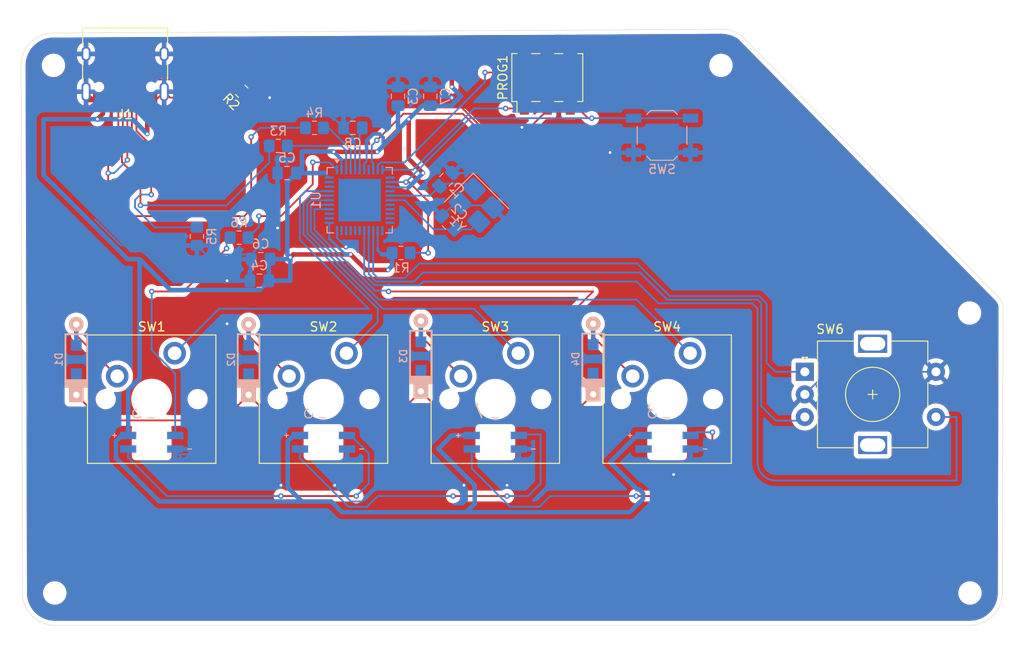
<source format=kicad_pcb>
(kicad_pcb (version 20241229) (generator "pcbnew") (generator_version "9.0")
  (layers (0 "F.Cu" signal) (2 "B.Cu" signal) (13 "F.Paste" user) (15 "B.Paste" user) (5 "F.SilkS" user "F.Silkscreen") (7 "B.SilkS" user "B.Silkscreen") (1 "F.Mask" user) (3 "B.Mask" user) (25 "Edge.Cuts" user))
  (net 0 "")
  (net 1 "GND")
  (net 2 "Net-(U1-XTAL1)")
  (net 3 "Net-(U1-XTAL2)")
  (net 4 "Net-(D1-A)")
  (net 5 "Row0")
  (net 6 "Net-(D2-A)")
  (net 7 "Net-(D3-A)")
  (net 8 "Net-(D4-A)")
  (net 9 "VCC")
  (net 10 "Net-(U1-D-)")
  (net 11 "Net-(U1-D+)")
  (net 12 "Col0")
  (net 13 "Col1")
  (net 14 "Col2")
  (net 15 "Col3")
  (net 16 "Net-(U1-ICP1{slash}PD4)")
  (net 17 "Net-(U1-T1{slash}PD6)")
  (net 18 "Net-(U1-T0{slash}PD7)")
  (net 19 "Net-(PROG1-Pin_5)")
  (net 26 "Net-(PROG1-Pin_1)")
  (net 27 "Net-(PROG1-Pin_4)")
  (net 35 "Net-(J1-CC2)")
  (net 37 "Net-(D5-DOUT)")
  (net 42 "Net-(PROG1-Pin_3)")
  (net 43 "Net-(D5-DIN)")
  (net 44 "Net-(D6-DOUT)")
  (net 45 "Net-(D7-DOUT)")
  (net 47 "Net-(J1-D--PadA7)")
  (net 48 "Net-(J1-D+-PadA6)")
  (net 49 "Net-(J1-CC1)")
  (net 50 "Net-(U1-PE6{slash}AIN0)")
  (net 51 "Net-(U1-UCap)")
  (footprint "MountingHole:MountingHole_2.1mm" (layer "F.Cu") (at 167.9475 106.51125)
    (property "Reference" "REF**" (hide yes))
    (property "Value" "MountingHole_2.1mm" (hide yes))
  )
  (footprint "ScottoKeebs_MX:MX_PCB_1.00u" (layer "F.Cu") (at 77.46 85.08)
    (property "Reference" "SW1")
    (property "Value" "Switch")
  )
  (footprint "pads:pads" (layer "F.Cu") (at 121.204375 49.52 90)
    (property "Reference" "PROG1")
    (property "Value" "Conn_02x03_Odd_Even")
  )
  (footprint "Resistor_SMD:R_0805_2012Metric_Pad1.20x1.40mm_HandSolder" (layer "F.Cu") (at 87.418518 51.035393 135)
    (property "Reference" "R2")
    (property "Value" "5.1k")
  )
  (footprint "ScottoKeebs_MX:MX_PCB_1.00u" (layer "F.Cu") (at 96.46 85.08)
    (property "Reference" "SW2")
    (property "Value" "Switch")
  )
  (footprint "MountingHole:MountingHole_2.1mm" (layer "F.Cu") (at 66.744375 106.51125)
    (property "Reference" "REF**" (hide yes))
    (property "Value" "MountingHole_2.1mm" (hide yes))
  )
  (footprint "MountingHole:MountingHole_2.1mm" (layer "F.Cu") (at 167.8975 75.555)
    (property "Reference" "REF**" (hide yes))
    (property "Value" "MountingHole_2.1mm" (hide yes))
  )
  (footprint "MountingHole:MountingHole_2.1mm" (layer "F.Cu") (at 140.413125 48.170625)
    (property "Reference" "REF**" (hide yes))
    (property "Value" "MountingHole_2.1mm" (hide yes))
  )
  (footprint "RotaryEncoder:RotaryEncoder_Alps_EC11E-Switch_Vertical_H20mm" (layer "F.Cu") (at 149.685 82.055)
    (property "Reference" "SW6")
    (property "Value" "RotaryEncoder_Switch")
  )
  (footprint "USB C:USB_C_Receptacle_HRO_TYPE-C-31-M-12" (layer "F.Cu") (at 74.52 47.951875 180)
    (property "Reference" "J1")
    (property "Value" "USB_C_Receptacle_USB2.0_14P")
  )
  (footprint "MountingHole:MountingHole_2.1mm" (layer "F.Cu") (at 66.594375 48.170625)
    (property "Reference" "REF**" (hide yes))
    (property "Value" "MountingHole_2.1mm" (hide yes))
  )
  (footprint "ScottoKeebs_MX:MX_PCB_1.00u" (layer "F.Cu") (at 134.46 85.08)
    (property "Reference" "SW4")
    (property "Value" "Switch")
  )
  (footprint "ScottoKeebs_MX:MX_PCB_1.00u" (layer "F.Cu") (at 115.46 85.08)
    (property "Reference" "SW3")
    (property "Value" "Switch")
  )
  (footprint "keyboard_parts:D_SOD123_axial" (layer "B.Cu") (at 126.275625 80.63625 90)
    (property "Reference" "D4")
    (property "Value" "D" (hide yes))
  )
  (footprint "Capacitor_SMD:C_0805_2012Metric_Pad1.18x1.45mm_HandSolder" (layer "B.Cu") (at 89.369375 71.983125 180)
    (property "Reference" "C4")
    (property "Value" "0.1u")
  )
  (footprint "Resistor_SMD:R_0805_2012Metric_Pad1.20x1.40mm_HandSolder" (layer "B.Cu") (at 95.46 55.08 180)
    (property "Reference" "R4")
    (property "Value" "22 k")
  )
  (footprint "Resistor_SMD:R_0805_2012Metric_Pad1.20x1.40mm_HandSolder" (layer "B.Cu") (at 82.46 67.08 90)
    (property "Reference" "R5")
    (property "Value" "5.1k")
  )
  (footprint "Resistor_SMD:R_0805_2012Metric_Pad1.20x1.40mm_HandSolder" (layer "B.Cu") (at 87.125625 67.220625 180)
    (property "Reference" "R6")
    (property "Value" "470")
  )
  (footprint "LED_SK6812-E:LED_SK6812-E" (layer "B.Cu") (at 134.46 89.8425 180)
    (property "Reference" "D8")
    (property "Value" "SK6812-E")
    (fp_line (start 1.7 1.5) (end 1.7 -1.5) (stroke (width 0.01)) (layer "Edge.Cuts"))
    (fp_line (start 1.7 -1.5) (end -1.7 -1.5) (stroke (width 0.01)) (layer "Edge.Cuts"))
    (fp_line (start -1.7 1.5) (end 1.7 1.5) (stroke (width 0.01)) (layer "Edge.Cuts"))
    (fp_line (start -1.7 -1.5) (end -1.7 1.5) (stroke (width 0.01)) (layer "Edge.Cuts"))
  )
  (footprint "keyboard_parts:D_SOD123_axial" (layer "B.Cu") (at 88.175625 80.701875 90)
    (property "Reference" "D2")
    (property "Value" "D" (hide yes))
  )
  (footprint "Crystal:Crystal_SMD_SeikoEpson_FA238-4Pin_3.2x2.5mm_HandSoldering" (layer "B.Cu") (at 113.376237 63.647246 -45)
    (property "Reference" "Y1")
    (property "Value" "Crystal_GND24")
  )
  (footprint "LED_SK6812-E:LED_SK6812-E" (layer "B.Cu") (at 77.46 89.8425 180)
    (property "Reference" "D5")
    (property "Value" "SK6812-E")
    (fp_line (start 1.7 1.5) (end 1.7 -1.5) (stroke (width 0.01)) (layer "Edge.Cuts"))
    (fp_line (start 1.7 -1.5) (end -1.7 -1.5) (stroke (width 0.01)) (layer "Edge.Cuts"))
    (fp_line (start -1.7 1.5) (end 1.7 1.5) (stroke (width 0.01)) (layer "Edge.Cuts"))
    (fp_line (start -1.7 -1.5) (end -1.7 1.5) (stroke (width 0.01)) (layer "Edge.Cuts"))
  )
  (footprint "Capacitor_SMD:C_0805_2012Metric_Pad1.18x1.45mm_HandSolder" (layer "B.Cu") (at 110.290498 65.572998 135)
    (property "Reference" "C2")
    (property "Value" "22p")
  )
  (footprint "Capacitor_SMD:C_0805_2012Metric_Pad1.18x1.45mm_HandSolder" (layer "B.Cu") (at 92.4225 60.08 180)
    (property "Reference" "C5")
    (property "Value" "0.1u")
  )
  (footprint "Capacitor_SMD:C_0805_2012Metric_Pad1.18x1.45mm_HandSolder" (layer "B.Cu") (at 110.013877 60.810498 45)
    (property "Reference" "C1")
    (property "Value" "22p")
  )
  (footprint "Capacitor_SMD:C_0805_2012Metric_Pad1.18x1.45mm_HandSolder" (layer "B.Cu") (at 104.694375 51.589375 90)
    (property "Reference" "C3")
    (property "Value" "0.1u")
  )
  (footprint "keyboard_parts:D_SOD123_axial" (layer "B.Cu") (at 69.125625 80.701875 90)
    (property "Reference" "D1")
    (property "Value" "D" (hide yes))
  )
  (footprint "Package_DFN_QFN:TQFN-44-1EP_7x7mm_P0.5mm_EP4.7x4.7mm" (layer "B.Cu") (at 100.46 63.08 -90)
    (property "Reference" "U1")
    (property "Value" "ATMEGA32U4")
  )
  (footprint "LED_SK6812-E:LED_SK6812-E" (layer "B.Cu") (at 96.46 89.8425 180)
    (property "Reference" "D6")
    (property "Value" "SK6812-E")
    (fp_line (start 1.7 1.5) (end 1.7 -1.5) (stroke (width 0.01)) (layer "Edge.Cuts"))
    (fp_line (start 1.7 -1.5) (end -1.7 -1.5) (stroke (width 0.01)) (layer "Edge.Cuts"))
    (fp_line (start -1.7 1.5) (end 1.7 1.5) (stroke (width 0.01)) (layer "Edge.Cuts"))
    (fp_line (start -1.7 -1.5) (end -1.7 1.5) (stroke (width 0.01)) (layer "Edge.Cuts"))
  )
  (footprint "Capacitor_SMD:C_0805_2012Metric_Pad1.18x1.45mm_HandSolder" (layer "B.Cu") (at 99.708877 55.08)
    (property "Reference" "C8")
    (property "Value" "1u")
  )
  (footprint "Resistor_SMD:R_0805_2012Metric_Pad1.20x1.40mm_HandSolder" (layer "B.Cu") (at 105.03 68.913623)
    (property "Reference" "R1")
    (property "Value" "10k")
  )
  (footprint "Button_Switch_SMD:SW_SPST_TL3342" (layer "B.Cu") (at 133.896377 55.913623)
    (property "Reference" "SW5")
    (property "Value" "SW_PUSH")
  )
  (footprint "LED_SK6812-E:LED_SK6812-E" (layer "B.Cu") (at 115.46 89.8425 180)
    (property "Reference" "D7")
    (property "Value" "SK6812-E")
    (fp_line (start 1.7 1.5) (end 1.7 -1.5) (stroke (width 0.01)) (layer "Edge.Cuts"))
    (fp_line (start 1.7 -1.5) (end -1.7 -1.5) (stroke (width 0.01)) (layer "Edge.Cuts"))
    (fp_line (start -1.7 1.5) (end 1.7 1.5) (stroke (width 0.01)) (layer "Edge.Cuts"))
    (fp_line (start -1.7 -1.5) (end -1.7 1.5) (stroke (width 0.01)) (layer "Edge.Cuts"))
  )
  (footprint "Resistor_SMD:R_0805_2012Metric_Pad1.20x1.40mm_HandSolder" (layer "B.Cu") (at 91.46 57.08 180)
    (property "Reference" "R3")
    (property "Value" "22 k")
  )
  (footprint "keyboard_parts:D_SOD123_axial" (layer "B.Cu") (at 107.225625 80.3175 90)
    (property "Reference" "D3")
    (property "Value" "D" (hide yes))
  )
  (footprint "Capacitor_SMD:C_0805_2012Metric_Pad1.18x1.45mm_HandSolder" (layer "B.Cu") (at 108.26625 51.589375 90)
    (property "Reference" "C7")
    (property "Value" "0.1u")
  )
  (footprint "Capacitor_SMD:C_0805_2012Metric_Pad1.18x1.45mm_HandSolder" (layer "B.Cu") (at 89.519375 69.601875 180)
    (property "Reference" "C6")
    (property "Value" "0.1u")
  )
  (gr_line (start 63.0225 48.170625) (end 63.1725 105.320625) (stroke (width 0.05)) (layer "Edge.Cuts"))
  (gr_line (start 171.104371 73.818112) (end 142.624212 44.853998) (stroke (width 0.05)) (layer "Edge.Cuts"))
  (gr_arc (start 171.519375 106.5112) (mid 170.473215 109.036929) (end 167.9475 110.083125) (stroke (width 0.05)) (layer "Edge.Cuts"))
  (gr_line (start 63.172476 106.51125) (end 63.1725 105.320625) (stroke (width 0.05)) (layer "Edge.Cuts"))
  (gr_line (start 171.519375 106.5112) (end 171.597546 75.008737) (stroke (width 0.05)) (layer "Edge.Cuts"))
  (gr_arc (start 171.104373 73.818112) (mid 171.469375 74.364375) (end 171.597546 75.008737) (stroke (width 0.05)) (layer "Edge.Cuts"))
  (gr_line (start 66.744375 110.083124) (end 167.9475 110.083125) (stroke (width 0.05)) (layer "Edge.Cuts"))
  (gr_arc (start 140.413125 44.184536) (mid 141.56823 44.355571) (end 142.624209 44.853998) (stroke (width 0.05)) (layer "Edge.Cuts"))
  (gr_line (start 66.594375 44.59875) (end 140.413125 44.184536) (stroke (width 0.05)) (layer "Edge.Cuts"))
  (gr_arc (start 66.744375 110.083125) (mid 64.218678 109.036947) (end 63.1725 106.51125) (stroke (width 0.05)) (layer "Edge.Cuts"))
  (gr_arc (start 63.0225 48.170625) (mid 64.068678 45.644928) (end 66.594375 44.59875) (stroke (width 0.05)) (layer "Edge.Cuts"))
  (segment (start 77.925 51.996875) (end 78.84 51.081875) (width 0.2) (layer "F.Cu") (net 1))
  (segment (start 97.700625 94.605) (end 91.7475 94.605) (width 0.2) (layer "F.Cu") (net 1))
  (segment (start 124.935 46.98) (end 124.92 46.995) (width 0.2) (layer "F.Cu") (net 1))
  (segment (start 71.115 51.996875) (end 70.2 51.081875) (width 0.2) (layer "F.Cu") (net 1))
  (segment (start 71.27 51.996875) (end 71.115 51.996875) (width 0.2) (layer "F.Cu") (net 1))
  (segment (start 111.988125 94.605) (end 116.750625 94.605) (width 0.2) (layer "F.Cu") (net 1))
  (segment (start 135.175567 93.414375) (end 133.984942 94.605) (width 0.2) (layer "F.Cu") (net 1))
  (segment (start 78.84 51.081875) (end 79.500625 51.7425) (width 0.2) (layer "F.Cu") (net 1))
  (segment (start 124.92 46.995) (end 123.744375 46.995) (width 0.2) (layer "F.Cu") (net 1))
  (segment (start 113.933771 55.028771) (end 118.408771 55.028771) (width 0.2) (layer "F.Cu") (net 1))
  (segment (start 128.150254 50.195254) (end 128.150254 57.813623) (width 0.2) (layer "F.Cu") (net 1))
  (segment (start 77.77 51.996875) (end 77.925 51.996875) (width 0.2) (layer "F.Cu") (net 1))
  (segment (start 85.794375 76.745625) (end 85.794375 71.983125) (width 0.2) (layer "F.Cu") (net 1))
  (segment (start 110.6475 51.7425) (end 113.933771 55.028771) (width 0.2) (layer "F.Cu") (net 1))
  (segment (start 79.500625 51.7425) (end 88.125625 51.7425) (width 0.2) (layer "F.Cu") (net 1))
  (segment (start 124.935 46.98) (end 128.150254 50.195254) (width 0.2) (layer "F.Cu") (net 1))
  (segment (start 98.939356 68.231894) (end 93.461894 68.231894) (width 0.2) (layer "F.Cu") (net 1))
  (segment (start 133.984942 94.605) (end 116.750625 94.605) (width 0.2) (layer "F.Cu") (net 1))
  (segment (start 118.408771 55.028771) (end 118.46 55.08) (width 0.2) (layer "F.Cu") (net 1))
  (segment (start 93.461894 68.231894) (end 91.385 66.155) (width 0.2) (layer "F.Cu") (net 1))
  (segment (start 88.125625 51.7425) (end 90.506875 51.7425) (width 0.2) (layer "F.Cu") (net 1))
  (via (at 110.6475 51.7425) (size 0.6) (drill 0.3) (layers "F.Cu" "B.Cu") (net 1))
  (via (at 111.988125 94.605) (size 0.6) (drill 0.3) (layers "F.Cu" "B.Cu") (net 1))
  (via (at 135.175567 93.414375) (size 0.6) (drill 0.3) (layers "F.Cu" "B.Cu") (net 1))
  (via (at 98.939356 68.231894) (size 0.6) (drill 0.3) (layers "F.Cu" "B.Cu") (net 1))
  (via (at 91.7475 94.605) (size 0.6) (drill 0.3) (layers "F.Cu" "B.Cu") (net 1))
  (via (at 97.700625 94.605) (size 0.6) (drill 0.3) (layers "F.Cu" "B.Cu") (net 1))
  (via (at 128.150254 57.813623) (size 0.6) (drill 0.3) (layers "F.Cu" "B.Cu") (net 1))
  (via (at 85.794375 76.745625) (size 0.6) (drill 0.3) (layers "F.Cu" "B.Cu") (net 1))
  (via (at 116.750625 94.605) (size 0.6) (drill 0.3) (layers "F.Cu" "B.Cu") (net 1))
  (via (at 91.385 66.155) (size 0.6) (drill 0.3) (layers "F.Cu" "B.Cu") (net 1))
  (via (at 90.506875 51.7425) (size 0.6) (drill 0.3) (layers "F.Cu" "B.Cu") (net 1))
  (via (at 118.408771 55.028771) (size 0.6) (drill 0.3) (layers "F.Cu" "B.Cu") (net 1))
  (via (at 85.794375 71.983125) (size 0.6) (drill 0.3) (layers "F.Cu" "B.Cu") (net 1))
  (segment (start 130.746377 57.813623) (end 128.150254 57.813623) (width 0.2) (layer "B.Cu") (net 1))
  (segment (start 99.96 56.368623) (end 98.671377 55.08) (width 0.2) (layer "B.Cu") (net 1))
  (segment (start 117.253609 61.820484) (end 115.179359 63.894733) (width 0.2) (layer "B.Cu") (net 1))
  (segment (start 164.185 82.055) (end 143.21 61.08) (width 0.2) (layer "B.Cu") (net 1))
  (segment (start 90.506875 51.7425) (end 95.333877 51.7425) (width 0.2) (layer "B.Cu") (net 1))
  (segment (start 78.84 46.901875) (end 70.2 46.901875) (width 0.2) (layer "B.Cu") (net 1))
  (segment (start 137.046377 57.813623) (end 130.746377 57.813623) (width 0.2) (layer "B.Cu") (net 1))
  (segment (start 95.333877 51.7425) (end 98.671377 55.08) (width 0.2) (layer "B.Cu") (net 1))
  (segment (start 104.694375 50.551875) (end 108.26625 50.551875) (width 0.2) (layer "B.Cu") (net 1))
  (segment (start 103.199502 50.551875) (end 104.694375 50.551875) (width 0.2) (layer "B.Cu") (net 1))
  (segment (start 88.46 69.08) (end 88.46 71.855) (width 0.2) (layer "B.Cu") (net 1))
  (segment (start 99.06 90.83) (end 99.06 93.245625) (width 0.2) (layer "B.Cu") (net 1))
  (segment (start 137.06 91.529942) (end 135.175567 93.414375) (width 0.2) (layer "B.Cu") (net 1))
  (segment (start 164.185 82.055) (end 152.185 82.055) (width 0.2) (layer "B.Cu") (net 1))
  (segment (start 91.385 66.155) (end 88.46 69.08) (width 0.2) (layer "B.Cu") (net 1))
  (segment (start 109.456875 50.551875) (end 108.26625 50.551875) (width 0.2) (layer "B.Cu") (net 1))
  (segment (start 99.06 93.245625) (end 97.700625 94.605) (width 0.2) (layer "B.Cu") (net 1))
  (segment (start 118.408771 60.665321) (end 117.253609 61.820484) (width 0.2) (layer "B.Cu") (net 1))
  (segment (start 118.06 93.295625) (end 118.06 90.83) (width 0.2) (layer "B.Cu") (net 1))
  (segment (start 80.411 91.181) (end 82.461 91.181) (width 0.2) (layer "B.Cu") (net 1))
  (segment (start 110.6475 51.7425) (end 109.456875 50.551875) (width 0.2) (layer "B.Cu") (net 1))
  (segment (start 80.06 90.83) (end 83.835 94.605) (width 0.2) (layer "B.Cu") (net 1))
  (segment (start 152.185 82.055) (end 149.685 84.555) (width 0.2) (layer "B.Cu") (net 1))
  (segment (start 110.996491 63.399759) (end 111.573115 63.399759) (width 0.2) (layer "B.Cu") (net 1))
  (segment (start 85.794375 87.847625) (end 85.794375 76.745625) (width 0.2) (layer "B.Cu") (net 1))
  (segment (start 102.463125 94.605) (end 111.988125 94.605) (width 0.2) (layer "B.Cu") (net 1))
  (segment (start 99.49225 96.396625) (end 100.6715 96.396625) (width 0.2) (layer "B.Cu") (net 1))
  (segment (start 110.7475 60.076875) (end 115.51 60.076875) (width 0.2) (layer "B.Cu") (net 1))
  (segment (start 71.200625 65.228125) (end 74.0525 68.08) (width 0.2) (layer "B.Cu") (net 1))
  (segment (start 97.96 67.252538) (end 98.939356 68.231894) (width 0.2) (layer "B.Cu") (net 1))
  (segment (start 88.385 69.155) (end 88.46 69.08) (width 0.2) (layer "B.Cu") (net 1))
  (segment (start 82.461 91.181) (end 85.794375 87.847625) (width 0.2) (layer "B.Cu") (net 1))
  (segment (start 80.06 90.83) (end 80.411 91.181) (width 0.2) (layer "B.Cu") (net 1))
  (segment (start 116.750625 94.605) (end 118.06 93.295625) (width 0.2) (layer "B.Cu") (net 1))
  (segment (start 88.46 69.08) (end 83.46 69.08) (width 0.2) (layer "B.Cu") (net 1))
  (segment (start 98.671377 55.08) (end 103.199502 50.551875) (width 0.2) (layer "B.Cu") (net 1))
  (segment (start 83.835 94.605) (end 91.7475 94.605) (width 0.2) (layer "B.Cu") (net 1))
  (segment (start 97.96 66.4425) (end 97.96 67.252538) (width 0.2) (layer "B.Cu") (net 1))
  (segment (start 91.385 60.08) (end 91.385 66.155) (width 0.2) (layer "B.Cu") (net 1))
  (segment (start 137.46 61.08) (end 137.046377 60.666377) (width 0.2) (layer "B.Cu") (net 1))
  (segment (start 74.0525 68.08) (end 82.46 68.08) (width 0.2) (layer "B.Cu") (net 1))
  (segment (start 115.51 60.076875) (end 117.253609 61.820484) (width 0.2) (layer "B.Cu") (net 1))
  (segment (start 88.46 71.855) (end 88.331875 71.983125) (width 0.2) (layer "B.Cu") (net 1))
  (segment (start 97.700625 94.605) (end 99.49225 96.396625) (width 0.2) (layer "B.Cu") (net 1))
  (segment (start 143.21 61.08) (end 137.46 61.08) (width 0.2) (layer "B.Cu") (net 1))
  (segment (start 137.046377 60.666377) (end 137.046377 57.813623) (width 0.2) (layer "B.Cu") (net 1))
  (segment (start 70.2 46.901875) (end 70.2 51.081875) (width 0.2) (layer "B.Cu") (net 1))
  (segment (start 111.573115 62.940107) (end 111.573115 63.399759) (width 0.2) (layer "B.Cu") (net 1))
  (segment (start 118.408771 55.028771) (end 118.408771 60.665321) (width 0.2) (layer "B.Cu") (net 1))
  (segment (start 114.933376 63.64875) (end 111.822106 63.64875) (width 0.2) (layer "B.Cu") (net 1))
  (segment (start 111.822106 63.64875) (end 111.573115 63.399759) (width 0.2) (layer "B.Cu") (net 1))
  (segment (start 100.6715 96.396625) (end 102.463125 94.605) (width 0.2) (layer "B.Cu") (net 1))
  (segment (start 99.96 59.7175) (end 99.96 56.368623) (width 0.2) (layer "B.Cu") (net 1))
  (segment (start 137.06 90.83) (end 137.06 91.529942) (width 0.2) (layer "B.Cu") (net 1))
  (segment (start 115.179359 63.894733) (end 114.933376 63.64875) (width 0.2) (layer "B.Cu") (net 1))
  (segment (start 78.84 51.081875) (end 78.84 46.901875) (width 0.2) (layer "B.Cu") (net 1))
  (segment (start 85.794375 71.983125) (end 88.331875 71.983125) (width 0.2) (layer "B.Cu") (net 1))
  (segment (start 109.556875 64.839375) (end 110.996491 63.399759) (width 0.2) (layer "B.Cu") (net 1))
  (segment (start 83.46 69.08) (end 82.46 68.08) (width 0.2) (layer "B.Cu") (net 1))
  (segment (start 108.244375 62.58) (end 109.280254 61.544121) (width 0.2) (layer "B.Cu") (net 2))
  (segment (start 109.280254 61.544121) (end 109.556875 61.2675) (width 0.2) (layer "B.Cu") (net 2))
  (segment (start 112.552126 61.2675) (end 113.12875 61.844124) (width 0.2) (layer "B.Cu") (net 2))
  (segment (start 109.556875 61.2675) (end 112.552126 61.2675) (width 0.2) (layer "B.Cu") (net 2))
  (segment (start 113.12875 61.56125) (end 113.12875 61.844124) (width 0.2) (layer "B.Cu") (net 2))
  (segment (start 103.8225 62.58) (end 108.244375 62.58) (width 0.2) (layer "B.Cu") (net 2))
  (segment (start 108.642871 66.306621) (end 111.024121 66.306621) (width 0.2) (layer "B.Cu") (net 3))
  (segment (start 111.024121 66.306621) (end 112.767471 66.306621) (width 0.2) (layer "B.Cu") (net 3))
  (segment (start 112.767471 66.306621) (end 113.623724 65.450368) (width 0.2) (layer "B.Cu") (net 3))
  (segment (start 105.41625 63.08) (end 108.642871 66.306621) (width 0.2) (layer "B.Cu") (net 3))
  (segment (start 103.8225 63.08) (end 105.41625 63.08) (width 0.2) (layer "B.Cu") (net 3))
  (segment (start 69.125625 78.015625) (end 69.125625 76.801875) (width 0.2) (layer "F.Cu") (net 4))
  (segment (start 73.65 82.54) (end 69.125625 78.015625) (width 0.2) (layer "F.Cu") (net 4))
  (segment (start 123.380875 87.431) (end 110.439125 87.431) (width 0.2) (layer "F.Cu") (net 5))
  (segment (start 123.894375 82.155) (end 123.894375 75.555) (width 0.2) (layer "F.Cu") (net 5))
  (segment (start 126.275625 84.53625) (end 123.380875 87.431) (width 0.2) (layer "F.Cu") (net 5))
  (segment (start 104.012125 87.431) (end 107.225625 84.2175) (width 0.2) (layer "F.Cu") (net 5))
  (segment (start 110.439125 87.431) (end 107.225625 84.2175) (width 0.2) (layer "F.Cu") (net 5))
  (segment (start 88.175625 84.601875) (end 91.00475 87.431) (width 0.2) (layer "F.Cu") (net 5))
  (segment (start 69.125625 84.601875) (end 71.95475 87.431) (width 0.2) (layer "F.Cu") (net 5))
  (segment (start 85.3465 87.431) (end 88.175625 84.601875) (width 0.2) (layer "F.Cu") (net 5))
  (segment (start 91.00475 87.431) (end 104.012125 87.431) (width 0.2) (layer "F.Cu") (net 5))
  (segment (start 71.95475 87.431) (end 85.3465 87.431) (width 0.2) (layer "F.Cu") (net 5))
  (segment (start 126.275625 73.17375) (end 103.65375 73.17375) (width 0.2) (layer "F.Cu") (net 5))
  (segment (start 126.275625 84.53625) (end 123.894375 82.155) (width 0.2) (layer "F.Cu") (net 5))
  (segment (start 123.894375 75.555) (end 126.275625 73.17375) (width 0.2) (layer "F.Cu") (net 5))
  (via (at 103.65375 73.17375) (size 0.6) (drill 0.3) (layers "F.Cu" "B.Cu") (net 5))
  (segment (start 95.46 64.08) (end 95.46 66.3803) (width 0.2) (layer "B.Cu") (net 5))
  (segment (start 102.1597 73.08) (end 103.56 73.08) (width 0.2) (layer "B.Cu") (net 5))
  (segment (start 103.56 73.08) (end 103.65375 73.17375) (width 0.2) (layer "B.Cu") (net 5))
  (segment (start 95.46 66.3803) (end 102.1597 73.08) (width 0.2) (layer "B.Cu") (net 5))
  (segment (start 97.0975 64.08) (end 95.46 64.08) (width 0.2) (layer "B.Cu") (net 5))
  (segment (start 88.175625 76.801875) (end 88.175625 78.065625) (width 0.2) (layer "F.Cu") (net 6))
  (segment (start 88.175625 78.065625) (end 92.65 82.54) (width 0.2) (layer "F.Cu") (net 6))
  (segment (start 107.225625 78.115625) (end 111.65 82.54) (width 0.2) (layer "F.Cu") (net 7))
  (segment (start 107.225625 76.4175) (end 107.225625 78.115625) (width 0.2) (layer "F.Cu") (net 7))
  (segment (start 126.275625 76.73625) (end 126.275625 78.165625) (width 0.2) (layer "F.Cu") (net 8))
  (segment (start 126.275625 78.165625) (end 130.65 82.54) (width 0.2) (layer "F.Cu") (net 8))
  (segment (start 110.6475 49.36125) (end 110.6475 50.551875) (width 0.5) (layer "F.Cu") (net 9))
  (segment (start 93.11625 69.08) (end 99.46 69.08) (width 0.5) (layer "F.Cu") (net 9))
  (segment (start 105.885 54.12375) (end 105.885 58.505) (width 0.5) (layer "F.Cu") (net 9))
  (segment (start 102.396937 57.734737) (end 97.589737 57.734737) (width 0.5) (layer "F.Cu") (net 9))
  (segment (start 101.1725 70.7925) (end 99.46 69.08) (width 0.5) (layer "F.Cu") (net 9))
  (segment (start 76.97 55.754376) (end 76.97 51.996875) (width 0.5) (layer "F.Cu") (net 9))
  (segment (start 92.788125 69.408125) (end 93.11625 69.08) (width 0.5) (layer "F.Cu") (net 9))
  (segment (start 105.885 58.505) (end 107.46 60.08) (width 0.5) (layer "F.Cu") (net 9))
  (segment (start 72.07 53.510625) (end 71.456875 54.12375) (width 0.5) (layer "F.Cu") (net 9))
  (segment (start 72.07 51.996875) (end 72.07 53.510625) (width 0.5) (layer "F.Cu") (net 9))
  (segment (start 113.01375 46.995) (end 110.6475 49.36125) (width 0.5) (layer "F.Cu") (net 9))
  (segment (start 103.60375 70.7925) (end 101.1725 70.7925) (width 0.5) (layer "F.Cu") (net 9))
  (segment (start 118.664375 46.995) (end 113.01375 46.995) (width 0.5) (layer "F.Cu") (net 9))
  (via (at 105.885 54.12375) (size 0.4) (drill 0.3) (layers "F.Cu" "B.Cu") (net 9))
  (via (at 76.97 55.754376) (size 0.4) (drill 0.3) (layers "F.Cu" "B.Cu") (net 9))
  (via (at 99.46 69.08) (size 0.4) (drill 0.3) (layers "F.Cu" "B.Cu") (net 9))
  (via (at 97.589737 57.734737) (size 0.4) (drill 0.3) (layers "F.Cu" "B.Cu") (net 9))
  (via (at 102.396937 57.734737) (size 0.4) (drill 0.3) (layers "F.Cu" "B.Cu") (net 9))
  (via (at 92.788125 69.408125) (size 0.4) (drill 0.3) (layers "F.Cu" "B.Cu") (net 9))
  (via (at 110.6475 50.551875) (size 0.4) (drill 0.3) (layers "F.Cu" "B.Cu") (net 9))
  (via (at 107.46 60.08) (size 0.4) (drill 0.3) (layers "F.Cu" "B.Cu") (net 9))
  (via (at 71.456875 54.12375) (size 0.6) (drill 0.3) (layers "F.Cu" "B.Cu") (net 9))
  (via (at 103.60375 70.7925) (size 0.4) (drill 0.3) (layers "F.Cu" "B.Cu") (net 9))
  (segment (start 97.319576 96.396625) (end 98.510201 97.58725) (width 0.5) (layer "B.Cu") (net 9))
  (segment (start 89.380875 73.009125) (end 90.406875 71.983125) (width 0.5) (layer "B.Cu") (net 9))
  (segment (start 105.304057 61.654) (end 103.8965 61.654) (width 0.2) (layer "B.Cu") (net 9))
  (segment (start 131.123057 89.0925) (end 128.154 92.061557) (width 0.5) (layer "B.Cu") (net 9))
  (segment (start 131.3492 95.044625) (end 131.137068 95.044625) (width 0.5) (layer "B.Cu") (net 9))
  (segment (start 90.556875 69.601875) (end 92.594375 69.601875) (width 0.5) (layer "B.Cu") (net 9))
  (segment (start 113.17875 94.605) (end 113.17875 96.645568) (width 0.5) (layer "B.Cu") (net 9))
  (segment (start 99.46 69.08) (end 98.86822 69.08) (width 0.4) (layer "B.Cu") (net 9))
  (segment (start 101.2225 57.695625) (end 101.2225 56.505) (width 0.4) (layer "B.Cu") (net 9))
  (segment (start 97.589737 57.734737) (end 97.514638 57.734737) (width 0.5) (layer "B.Cu") (net 9))
  (segment (start 105.331057 61.681) (end 105.304057 61.654) (width 0.2) (layer "B.Cu") (net 9))
  (segment (start 65.50375 60.310482) (end 65.50375 54.163936) (width 0.5) (layer "B.Cu") (net 9))
  (segment (start 97.0975 67.30928) (end 97.0975 65.58) (width 0.2) (layer "B.Cu") (net 9))
  (segment (start 93.46 60.08) (end 94.07875 60.08) (width 0.5) (layer "B.Cu") (net 9))
  (segment (start 105.859 61.681) (end 105.843971 61.665971) (width 0.2) (layer "B.Cu") (net 9))
  (segment (start 65.543936 54.12375) (end 65.50375 54.163936) (width 0.5) (layer "B.Cu") (net 9))
  (segment (start 90.535 71.855) (end 90.406875 71.983125) (width 0.5) (layer "B.Cu") (net 9))
  (segment (start 105.843971 61.665971) (end 105.828943 61.681) (width 0.2) (layer "B.Cu") (net 9))
  (segment (start 71.456875 54.12375) (end 65.543936 54.12375) (width 0.5) (layer "B.Cu") (net 9))
  (segment (start 93.86 89.0925) (end 93.148 89.0925) (width 0.5) (layer "B.Cu") (net 9))
  (segment (start 74.86 89.0925) (end 74.148 89.0925) (width 0.5) (layer "B.Cu") (net 9))
  (segment (start 75.339374 54.12375) (end 76.97 55.754376) (width 0.5) (layer "B.Cu") (net 9))
  (segment (start 102.653489 55.754) (end 103.064125 56.164636) (width 0.4) (layer "B.Cu") (net 9))
  (segment (start 102.46 68.41125) (end 102.46 66.4425) (width 0.2) (layer "B.Cu") (net 9))
  (segment (start 107.381875 52.626875) (end 108.26625 52.626875) (width 0.5) (layer "B.Cu") (net 9))
  (segment (start 130.308575 97.58725) (end 131.789125 96.1067) (width 0.5) (layer "B.Cu") (net 9))
  (segment (start 110.613068 52.626875) (end 111.667784 51.572159) (width 0.5) (layer "B.Cu") (net 9))
  (segment (start 74.148 89.0925) (end 73.509 89.7315) (width 0.5) (layer "B.Cu") (net 9))
  (segment (start 102.912754 69.08) (end 102.46 68.627246) (width 0.3) (layer "B.Cu") (net 9))
  (segment (start 76.97 55.754376) (end 75.33425 54.118626) (width 0.5) (layer "B.Cu") (net 9))
  (segment (start 90.406875 71.983125) (end 90.406875 69.751875) (width 0.5) (layer "B.Cu") (net 9))
  (segment (start 94.07875 60.08) (end 96.5975 60.08) (width 0.5) (layer "B.Cu") (net 9))
  (segment (start 97.550625 57.695625) (end 97.589737 57.734737) (width 0.5) (layer "B.Cu") (net 9))
  (segment (start 101.9735 55.754) (end 102.653489 55.754) (width 0.4) (layer "B.Cu") (net 9))
  (segment (start 110.6475 50.551875) (end 111.667784 51.572159) (width 0.5) (layer "B.Cu") (net 9))
  (segment (start 104.03 68.913623) (end 104.03 70.36625) (width 0.5) (layer "B.Cu") (net 9))
  (segment (start 96.5975 60.08) (end 97.0975 60.58) (width 0.2) (layer "B.Cu") (net 9))
  (segment (start 78.319575 96.396625) (end 94.07875 96.396625) (width 0.5) (layer "B.Cu") (net 9))
  (segment (start 98.86822 69.08) (end 97.0975 67.30928) (width 0.3) (layer "B.Cu") (net 9))
  (segment (start 110.613068 52.626875) (end 108.26625 52.626875) (width 0.5) (layer "B.Cu") (net 9))
  (segment (start 131.789125 96.1067) (end 131.789125 95.48455) (width 0.5) (layer "B.Cu") (net 9))
  (segment (start 92.46 69.08) (end 92.788125 69.408125) (width 0.5) (layer "B.Cu") (net 9))
  (segment (start 104.694375 55.437299) (end 102.396937 57.734737) (width 0.5) (layer "B.Cu") (net 9))
  (segment (start 101.2225 56.505) (end 101.9735 55.754) (width 0.4) (layer "B.Cu") (net 9))
  (segment (start 94.07875 96.396625) (end 97.319576 96.396625) (width 0.5) (layer "B.Cu") (net 9))
  (segment (start 92.594375 69.601875) (end 92.788125 69.408125) (width 0.5) (layer "B.Cu") (net 9))
  (segment (start 113.17875 96.645568) (end 112.237068 97.58725) (width 0.5) (layer "B.Cu") (net 9))
  (segment (start 71.456875 54.12375) (end 75.339374 54.12375) (width 0.5) (layer "B.Cu") (net 9))
  (segment (start 131.137068 95.044625) (end 128.154 92.061557) (width 0.5) (layer "B.Cu") (net 9))
  (segment (start 101.2225 58.78528) (end 100.96 59.04778) (width 0.2) (layer "B.Cu") (net 9))
  (segment (start 105.828943 61.681) (end 105.331057 61.681) (width 0.2) (layer "B.Cu") (net 9))
  (segment (start 76.119375 69.601875) (end 79.526625 73.009125) (width 0.5) (layer "B.Cu") (net 9))
  (segment (start 104.694375 55.314375) (end 105.885 54.12375) (width 0.5) (layer "B.Cu") (net 9))
  (segment (start 101.2225 57.695625) (end 101.2225 58.78528) (width 0.2) (layer "B.Cu") (net 9))
  (segment (start 74.86 89.0925) (end 74.86 84.058125) (width 0.5) (layer "B.Cu") (net 9))
  (segment (start 103.064125 57.067549) (end 103.064125 56.164636) (width 0.4) (layer "B.Cu") (net 9))
  (segment (start 103.8965 61.654) (end 103.8225 61.58) (width 0.2) (layer "B.Cu") (net 9))
  (segment (start 104.694375 52.626875) (end 104.694375 55.437299) (width 0.5) (layer "B.Cu") (net 9))
  (segment (start 109.154 90.58025) (end 113.17875 94.605) (width 0.5) (layer "B.Cu") (net 9))
  (segment (start 112.237068 97.58725) (end 130.308575 97.58725) (width 0.5) (layer "B.Cu") (net 9))
  (segment (start 74.86 84.058125) (end 76.119375 82.79875) (width 0.5) (layer "B.Cu") (net 9))
  (segment (start 105.885 54.12375) (end 107.381875 52.626875) (width 0.5) (layer "B.Cu") (net 9))
  (segment (start 112.86 89.0925) (end 110.64175 89.0925) (width 0.5) (layer "B.Cu") (net 9))
  (segment (start 93.46 60.08) (end 92.46 61.08) (width 0.5) (layer "B.Cu") (net 9))
  (segment (start 97.589737 57.734737) (end 98.46 58.605) (width 0.4) (layer "B.Cu") (net 9))
  (segment (start 92.46 61.08) (end 92.46 69.08) (width 0.5) (layer "B.Cu") (net 9))
  (segment (start 74.795143 69.601875) (end 65.50375 60.310482) (width 0.5) (layer "B.Cu") (net 9))
  (segment (start 104.03 70.36625) (end 103.60375 70.7925) (width 0.5) (layer "B.Cu") (net 9))
  (segment (start 102.46 68.627246) (end 102.46 68.41125) (width 0.3) (layer "B.Cu") (net 9))
  (segment (start 92.4985 94.816375) (end 94.07875 96.396625) (width 0.5) (layer "B.Cu") (net 9))
  (segment (start 107.46 60.08) (end 105.859 61.681) (width 0.5) (layer "B.Cu") (net 9))
  (segment (start 79.526625 73.009125) (end 89.380875 73.009125) (width 0.5) (layer "B.Cu") (net 9))
  (segment (start 94.07875 57.695625) (end 97.550625 57.695625) (width 0.5) (layer "B.Cu") (net 9))
  (segment (start 92.4985 89.742) (end 92.4985 94.816375) (width 0.5) (layer "B.Cu") (net 9))
  (segment (start 76.119375 82.79875) (end 76.119375 69.601875) (width 0.5) (layer "B.Cu") (net 9))
  (segment (start 93.148 89.0925) (end 92.4985 89.742) (width 0.5) (layer "B.Cu") (net 9))
  (segment (start 98.46 58.605) (end 98.46 59.7175) (width 0.2) (layer "B.Cu") (net 9))
  (segment (start 76.119375 69.601875) (end 74.795143 69.601875) (width 0.5) (layer "B.Cu") (net 9))
  (segment (start 104.694375 55.437299) (end 104.694375 55.314375) (width 0.5) (layer "B.Cu") (net 9))
  (segment (start 92.788125 71.983125) (end 92.788125 69.408125) (width 0.5) (layer "B.Cu") (net 9))
  (segment (start 131.86 89.0925) (end 131.123057 89.0925) (width 0.5) (layer "B.Cu") (net 9))
  (segment (start 131.789125 95.48455) (end 131.3492 95.044625) (width 0.5) (layer "B.Cu") (net 9))
  (segment (start 104.03 69.08) (end 102.912754 69.08) (width 0.5) (layer "B.Cu") (net 9))
  (segment (start 100.96 59.04778) (end 100.96 59.7175) (width 0.2) (layer "B.Cu") (net 9))
  (segment (start 73.509 89.7315) (end 73.509 91.58605) (width 0.5) (layer "B.Cu") (net 9))
  (segment (start 110.64175 89.0925) (end 109.154 90.58025) (width 0.5) (layer "B.Cu") (net 9))
  (segment (start 90.406875 69.751875) (end 90.556875 69.601875) (width 0.5) (layer "B.Cu") (net 9))
  (segment (start 102.396937 57.734737) (end 103.064125 57.067549) (width 0.5) (layer "B.Cu") (net 9))
  (segment (start 98.510201 97.58725) (end 112.237068 97.58725) (width 0.5) (layer "B.Cu") (net 9))
  (segment (start 94.07875 60.08) (end 94.07875 57.695625) (width 0.5) (layer "B.Cu") (net 9))
  (segment (start 90.406875 71.983125) (end 92.788125 71.983125) (width 0.5) (layer "B.Cu") (net 9))
  (segment (start 73.509 91.58605) (end 78.319575 96.396625) (width 0.5) (layer "B.Cu") (net 9))
  (segment (start 98.46 57.08) (end 98.96 57.58) (width 0.2) (layer "B.Cu") (net 10))
  (segment (start 98.96 57.58) (end 98.96 59.7175) (width 0.2) (layer "B.Cu") (net 10))
  (segment (start 98.46 57.08) (end 92.46 57.08) (width 0.2) (layer "B.Cu") (net 10))
  (segment (start 97.0271 55.08) (end 96.46 55.08) (width 0.2) (layer "B.Cu") (net 11))
  (segment (start 99.46 57.5129) (end 97.0271 55.08) (width 0.2) (layer "B.Cu") (net 11))
  (segment (start 99.46 59.7175) (end 99.46 57.5129) (width 0.2) (layer "B.Cu") (net 11))
  (segment (start 84.92 75.08) (end 101.46 75.08) (width 0.2) (layer "B.Cu") (net 12))
  (segment (start 93.856 67.476) (end 93.856 62.684) (width 0.2) (layer "B.Cu") (net 12))
  (segment (start 80 80) (end 84.92 75.08) (width 0.2) (layer "B.Cu") (net 12))
  (segment (start 101.46 75.08) (end 93.856 67.476) (width 0.2) (layer "B.Cu") (net 12))
  (segment (start 94.46 62.08) (end 97.0975 62.08) (width 0.2) (layer "B.Cu") (net 12))
  (segment (start 93.856 62.684) (end 94.46 62.08) (width 0.2) (layer "B.Cu") (net 12))
  (segment (start 102.4592 76.5408) (end 102.4592 75.0808) (width 0.2) (layer "B.Cu") (net 13))
  (segment (start 94.257 63.3468) (end 95.0238 62.58) (width 0.2) (layer "B.Cu") (net 13))
  (segment (start 99 80) (end 102.4592 76.5408) (width 0.2) (layer "B.Cu") (net 13))
  (segment (start 102.4592 75.0808) (end 94.257 66.8786) (width 0.2) (layer "B.Cu") (net 13))
  (segment (start 95.0238 62.58) (end 97.0975 62.58) (width 0.2) (layer "B.Cu") (net 13))
  (segment (start 94.257 66.8786) (end 94.257 63.3468) (width 0.2) (layer "B.Cu") (net 13))
  (segment (start 118 80) (end 113.08 75.08) (width 0.2) (layer "B.Cu") (net 14))
  (segment (start 94.658 63.5129) (end 95.0909 63.08) (width 0.2) (layer "B.Cu") (net 14))
  (segment (start 103.0255 75.08) (end 94.658 66.7125) (width 0.2) (layer "B.Cu") (net 14))
  (segment (start 113.08 75.08) (end 103.0255 75.08) (width 0.2) (layer "B.Cu") (net 14))
  (segment (start 94.658 66.7125) (end 94.658 63.5129) (width 0.2) (layer "B.Cu") (net 14))
  (segment (start 95.0909 63.08) (end 97.0975 63.08) (width 0.2) (layer "B.Cu") (net 14))
  (segment (start 131.08 74.08) (end 102.5926 74.08) (width 0.2) (layer "B.Cu") (net 15))
  (segment (start 95.059 63.679) (end 95.158 63.58) (width 0.2) (layer "B.Cu") (net 15))
  (segment (start 102.5926 74.08) (end 95.059 66.5464) (width 0.2) (layer "B.Cu") (net 15))
  (segment (start 95.158 63.58) (end 97.0975 63.58) (width 0.2) (layer "B.Cu") (net 15))
  (segment (start 95.059 66.5464) (end 95.059 63.679) (width 0.2) (layer "B.Cu") (net 15))
  (segment (start 137 80) (end 131.08 74.08) (width 0.2) (layer "B.Cu") (net 15))
  (segment (start 144.6261 73.679) (end 134.74355 73.679) (width 0.2) (layer "B.Cu") (net 16))
  (segment (start 131.14455 70.08) (end 107.059 70.08) (width 0.2) (layer "B.Cu") (net 16))
  (segment (start 107.059 70.08) (end 105.46 71.679) (width 0.2) (layer "B.Cu") (net 16))
  (segment (start 145.46 74.5129) (end 144.6261 73.679) (width 0.2) (layer "B.Cu") (net 16))
  (segment (start 105.46 71.679) (end 102.46 71.679) (width 0.2) (layer "B.Cu") (net 16))
  (segment (start 146.435 82.055) (end 145.46 81.08) (width 0.2) (layer "B.Cu") (net 16))
  (segment (start 101.96 71.179) (end 101.96 66.4425) (width 0.2) (layer "B.Cu") (net 16))
  (segment (start 102.46 71.679) (end 101.96 71.179) (width 0.2) (layer "B.Cu") (net 16))
  (segment (start 149.685 82.055) (end 146.435 82.055) (width 0.2) (layer "B.Cu") (net 16))
  (segment (start 134.74355 73.679) (end 131.14455 70.08) (width 0.2) (layer "B.Cu") (net 16))
  (segment (start 145.46 81.08) (end 145.46 74.5129) (width 0.2) (layer "B.Cu") (net 16))
  (segment (start 146.46625 87.46125) (end 149.27875 87.46125) (width 0.2) (layer "B.Cu") (net 17))
  (segment (start 101.46 66.4425) (end 101.46 71.2461) (width 0.2) (layer "B.Cu") (net 17))
  (segment (start 134.46 74.08) (end 144.46 74.08) (width 0.2) (layer "B.Cu") (net 17))
  (segment (start 107.46 71.08) (end 131.46 71.08) (width 0.2) (layer "B.Cu") (net 17))
  (segment (start 102.2939 72.08) (end 106.46 72.08) (width 0.2) (layer "B.Cu") (net 17))
  (segment (start 149.27875 87.46125) (end 149.685 87.055) (width 0.2) (layer "B.Cu") (net 17))
  (segment (start 131.46 71.08) (end 134.46 74.08) (width 0.2) (layer "B.Cu") (net 17))
  (segment (start 144.861 85.856) (end 146.46625 87.46125) (width 0.2) (layer "B.Cu") (net 17))
  (segment (start 144.46 74.08) (end 144.861 74.481) (width 0.2) (layer "B.Cu") (net 17))
  (segment (start 101.46 71.2461) (end 102.2939 72.08) (width 0.2) (layer "B.Cu") (net 17))
  (segment (start 144.861 74.481) (end 144.861 85.856) (width 0.2) (layer "B.Cu") (net 17))
  (segment (start 106.46 72.08) (end 107.46 71.08) (width 0.2) (layer "B.Cu") (net 17))
  (segment (start 100.96 71.3132) (end 100.96 66.4425) (width 0.2) (layer "B.Cu") (net 18))
  (segment (start 107.059 72.481) (end 102.1278 72.481) (width 0.2) (layer "B.Cu") (net 18))
  (segment (start 146.46 94.08) (end 166.46 94.08) (width 0.2) (layer "B.Cu") (net 18))
  (segment (start 107.46 72.08) (end 107.059 72.481) (width 0.2) (layer "B.Cu") (net 18))
  (segment (start 130.988125 72.08) (end 107.46 72.08) (width 0.2) (layer "B.Cu") (net 18))
  (segment (start 166.46 87.08) (end 166.435 87.055) (width 0.2) (layer "B.Cu") (net 18))
  (segment (start 131.085 72.08) (end 133.486 74.481) (width 0.2) (layer "B.Cu") (net 18))
  (segment (start 144.46 75.08) (end 144.46 92.08) (width 0.2) (layer "B.Cu") (net 18))
  (segment (start 130.988125 72.08) (end 131.085 72.08) (width 0.2) (layer "B.Cu") (net 18))
  (segment (start 143.861 74.481) (end 144.46 75.08) (width 0.2) (layer "B.Cu") (net 18))
  (segment (start 102.1278 72.481) (end 100.96 71.3132) (width 0.2) (layer "B.Cu") (net 18))
  (segment (start 166.435 87.055) (end 164.185 87.055) (width 0.2) (layer "B.Cu") (net 18))
  (segment (start 166.46 94.08) (end 166.46 87.08) (width 0.2) (layer "B.Cu") (net 18))
  (segment (start 133.486 74.481) (end 143.861 74.481) (width 0.2) (layer "B.Cu") (net 18))
  (arc (start 146.46 94.08) (mid 145.045786 93.494214) (end 144.46 92.08) (width 0.2) (layer "B.Cu") (net 18))
  (segment (start 125.712998 54.013623) (end 123.744375 52.045) (width 0.2) (layer "F.Cu") (net 19))
  (segment (start 126.125625 54.013623) (end 125.712998 54.013623) (width 0.2) (layer "F.Cu") (net 19))
  (segment (start 105.58 61.08) (end 105.912754 61.08) (width 0.2) (layer "F.Cu") (net 19))
  (segment (start 108.03 63.197246) (end 108.03 68.913623) (width 0.2) (layer "F.Cu") (net 19))
  (segment (start 105.912754 61.08) (end 108.03 63.197246) (width 0.2) (layer "F.Cu") (net 19))
  (via (at 105.58 61.08) (size 0.6) (drill 0.3) (layers "F.Cu" "B.Cu") (net 19))
  (via (at 108.03 68.913623) (size 0.6) (drill 0.3) (layers "F.Cu" "B.Cu") (net 19))
  (via (at 126.125625 54.013623) (size 0.6) (drill 0.3) (layers "F.Cu" "B.Cu") (net 19))
  (segment (start 130.746377 54.013623) (end 137.046377 54.013623) (width 0.2) (layer "B.Cu") (net 19))
  (segment (start 112.646377 54.013623) (end 105.58 61.08) (width 0.2) (layer "B.Cu") (net 19))
  (segment (start 106.03 68.913623) (end 108.03 68.913623) (width 0.2) (layer "B.Cu") (net 19))
  (segment (start 130.746377 54.013623) (end 126.125625 54.013623) (width 0.2) (layer "B.Cu") (net 19))
  (segment (start 105.58 61.08) (end 103.8225 61.08) (width 0.2) (layer "B.Cu") (net 19))
  (segment (start 124.935 54.013623) (end 112.646377 54.013623) (width 0.2) (layer "B.Cu") (net 19))
  (segment (start 126.125625 54.013623) (end 124.935 54.013623) (width 0.2) (layer "B.Cu") (net 19))
  (segment (start 117.77625 52.933125) (end 118.664375 52.045) (width 0.2) (layer "F.Cu") (net 26))
  (segment (start 116.600625 52.933125) (end 117.77625 52.933125) (width 0.2) (layer "F.Cu") (net 26))
  (via (at 116.600625 52.933125) (size 0.6) (drill 0.3) (layers "F.Cu" "B.Cu") (net 26))
  (segment (start 116.600625 52.933125) (end 113.12875 52.933125) (width 0.2) (layer "B.Cu") (net 26))
  (segment (start 106.344375 59.7175) (end 102.96 59.7175) (width 0.2) (layer "B.Cu") (net 26))
  (segment (start 113.12875 52.933125) (end 106.344375 59.7175) (width 0.2) (layer "B.Cu") (net 26))
  (segment (start 119.239125 48.96025) (end 114.319375 48.96025) (width 0.2) (layer "F.Cu") (net 27))
  (segment (start 121.204375 46.995) (end 119.239125 48.96025) (width 0.2) (layer "F.Cu") (net 27))
  (via (at 114.319375 48.96025) (size 0.6) (drill 0.3) (layers "F.Cu" "B.Cu") (net 27))
  (segment (start 114.319375 49.999857) (end 105.415232 58.904) (width 0.2) (layer "B.Cu") (net 27))
  (segment (start 105.415232 58.904) (end 102.745202 58.904) (width 0.2) (layer "B.Cu") (net 27))
  (segment (start 102.46 59.189202) (end 102.46 59.7175) (width 0.2) (layer "B.Cu") (net 27))
  (segment (start 114.319375 48.96025) (end 114.319375 49.999857) (width 0.2) (layer "B.Cu") (net 27))
  (segment (start 102.745202 58.904) (end 102.46 59.189202) (width 0.2) (layer "B.Cu") (net 27))
  (segment (start 72.77 51.996875) (end 72.77 51.019875) (width 0.2) (layer "F.Cu") (net 35))
  (segment (start 74.059 49.730875) (end 86.114 49.730875) (width 0.2) (layer "F.Cu") (net 35))
  (segment (start 86.114 49.730875) (end 86.935 50.551875) (width 0.2) (layer "F.Cu") (net 35))
  (segment (start 72.77 51.019875) (end 74.059 49.730875) (width 0.2) (layer "F.Cu") (net 35))
  (segment (start 91.7475 95.795625) (end 100.081875 95.795625) (width 0.2) (layer "F.Cu") (net 37))
  (via (at 91.7475 95.795625) (size 0.6) (drill 0.3) (layers "F.Cu" "B.Cu") (net 37))
  (via (at 100.081875 95.795625) (size 0.6) (drill 0.3) (layers "F.Cu" "B.Cu") (net 37))
  (segment (start 101.461 91.0815) (end 99.472 89.0925) (width 0.2) (layer "B.Cu") (net 37))
  (segment (start 99.472 89.0925) (end 99.06 89.0925) (width 0.2) (layer "B.Cu") (net 37))
  (segment (start 100.081875 95.795625) (end 101.461 94.4165) (width 0.2) (layer "B.Cu") (net 37))
  (segment (start 101.461 94.4165) (end 101.461 91.0815) (width 0.2) (layer "B.Cu") (net 37))
  (segment (start 74.86 90.83) (end 74.86 91.529942) (width 0.2) (layer "B.Cu") (net 37))
  (segment (start 74.86 91.529942) (end 79.125683 95.795625) (width 0.2) (layer "B.Cu") (net 37))
  (segment (start 79.125683 95.795625) (end 91.7475 95.795625) (width 0.2) (layer "B.Cu") (net 37))
  (segment (start 121.204375 53.12) (end 121.204375 52.045) (width 0.2) (layer "F.Cu") (net 42))
  (segment (start 118.694604 55.629771) (end 121.204375 53.12) (width 0.2) (layer "F.Cu") (net 42))
  (segment (start 105.295375 53.52275) (end 111.86065 53.52275) (width 0.2) (layer "F.Cu") (net 42))
  (segment (start 113.967671 55.629771) (end 118.694604 55.629771) (width 0.2) (layer "F.Cu") (net 42))
  (segment (start 111.86065 53.52275) (end 113.967671 55.629771) (width 0.2) (layer "F.Cu") (net 42))
  (segment (start 102.363125 56.455) (end 105.295375 53.52275) (width 0.2) (layer "F.Cu") (net 42))
  (via (at 102.363125 56.455) (size 0.6) (drill 0.3) (layers "F.Cu" "B.Cu") (net 42))
  (segment (start 101.795937 57.022188) (end 101.795937 58.821187) (width 0.2) (layer "B.Cu") (net 42))
  (segment (start 101.96 58.98525) (end 101.96 59.7175) (width 0.2) (layer "B.Cu") (net 42))
  (segment (start 102.363125 56.455) (end 101.795937 57.022188) (width 0.2) (layer "B.Cu") (net 42))
  (segment (start 101.795937 58.821187) (end 101.96 58.98525) (width 0.2) (layer "B.Cu") (net 42))
  (segment (start 80.981875 73.17375) (end 85.744375 68.41125) (width 0.2) (layer "F.Cu") (net 43))
  (segment (start 77.46 73.17375) (end 80.981875 73.17375) (width 0.2) (layer "F.Cu") (net 43))
  (via (at 85.744375 68.41125) (size 0.6) (drill 0.3) (layers "F.Cu" "B.Cu") (net 43))
  (via (at 77.46 73.17375) (size 0.6) (drill 0.3) (layers "F.Cu" "B.Cu") (net 43))
  (segment (start 85.744375 68.41125) (end 85.744375 67.601875) (width 0.2) (layer "B.Cu") (net 43))
  (segment (start 77.46 79.653446) (end 77.46 73.17375) (width 0.2) (layer "B.Cu") (net 43))
  (segment (start 80.06 82.253446) (end 77.46 79.653446) (width 0.2) (layer "B.Cu") (net 43))
  (segment (start 85.744375 67.601875) (end 86.125625 67.220625) (width 0.2) (layer "B.Cu") (net 43))
  (segment (start 80.06 89.33) (end 80.06 82.253446) (width 0.2) (layer "B.Cu") (net 43))
  (segment (start 110.7975 95.795625) (end 116.750625 95.795625) (width 0.2) (layer "F.Cu") (net 44))
  (via (at 116.750625 95.795625) (size 0.6) (drill 0.3) (layers "F.Cu" "B.Cu") (net 44))
  (via (at 110.7975 95.795625) (size 0.6) (drill 0.3) (layers "F.Cu" "B.Cu") (net 44))
  (segment (start 102.463125 95.795625) (end 101.2725 96.98625) (width 0.2) (layer "B.Cu") (net 44))
  (segment (start 101.2725 96.98625) (end 99.231932 96.98625) (width 0.2) (layer "B.Cu") (net 44))
  (segment (start 116.750625 95.795625) (end 119.081875 95.795625) (width 0.2) (layer "B.Cu") (net 44))
  (segment (start 120.461 94.4165) (end 119.081875 95.795625) (width 0.2) (layer "B.Cu") (net 44))
  (segment (start 99.231932 96.98625) (end 93.86 91.614318) (width 0.2) (layer "B.Cu") (net 44))
  (segment (start 120.461 88.979) (end 120.461 94.4165) (width 0.2) (layer "B.Cu") (net 44))
  (segment (start 118.411 88.979) (end 118.06 89.33) (width 0.2) (layer "B.Cu") (net 44))
  (segment (start 120.461 88.979) (end 118.411 88.979) (width 0.2) (layer "B.Cu") (net 44))
  (segment (start 110.7975 95.795625) (end 102.463125 95.795625) (width 0.2) (layer "B.Cu") (net 44))
  (segment (start 93.86 91.614318) (end 93.86 90.83) (width 0.2) (layer "B.Cu") (net 44))
  (segment (start 134.846375 95.795625) (end 139.461 91.181) (width 0.2) (layer "F.Cu") (net 45))
  (segment (start 131.038125 95.795625) (end 134.846375 95.795625) (width 0.2) (layer "F.Cu") (net 45))
  (segment (start 139.461 91.181) (end 139.461 88.740375) (width 0.2) (layer "F.Cu") (net 45))
  (segment (start 139.461 88.740375) (end 139.3725 88.651875) (width 0.2) (layer "F.Cu") (net 45))
  (via (at 139.461 88.740375) (size 0.6) (drill 0.3) (layers "F.Cu" "B.Cu") (net 45))
  (via (at 131.038125 95.795625) (size 0.6) (drill 0.3) (layers "F.Cu" "B.Cu") (net 45))
  (segment (start 120.3225 96.98625) (end 121.513125 95.795625) (width 0.2) (layer "B.Cu") (net 45))
  (segment (start 112.86 90.83) (end 112.86 92.754943) (width 0.2) (layer "B.Cu") (net 45))
  (segment (start 121.513125 95.795625) (end 131.038125 95.795625) (width 0.2) (layer "B.Cu") (net 45))
  (segment (start 117.091307 96.98625) (end 120.3225 96.98625) (width 0.2) (layer "B.Cu") (net 45))
  (segment (start 112.86 92.754943) (end 117.091307 96.98625) (width 0.2) (layer "B.Cu") (net 45))
  (segment (start 139.461 88.740375) (end 137.649625 88.740375) (width 0.2) (layer "B.Cu") (net 45))
  (segment (start 137.649625 88.740375) (end 137.06 89.33) (width 0.2) (layer "B.Cu") (net 45))
  (segment (start 75.369432 60.076875) (end 76.219375 60.076875) (width 0.2) (layer "F.Cu") (net 47))
  (segment (start 75.27 51.996875) (end 75.27 56.505) (width 0.2) (layer "F.Cu") (net 47))
  (segment (start 74.169 58.876443) (end 75.369432 60.076875) (width 0.2) (layer "F.Cu") (net 47))
  (segment (start 74.27 56.640225) (end 74.169 56.741225) (width 0.2) (layer "F.Cu") (net 47))
  (segment (start 75.27 56.505) (end 76.219375 57.454375) (width 0.2) (layer "F.Cu") (net 47))
  (segment (start 74.169 56.741225) (end 74.169 58.876443) (width 0.2) (layer "F.Cu") (net 47))
  (segment (start 74.27 51.996875) (end 74.27 56.640225) (width 0.2) (layer "F.Cu") (net 47))
  (segment (start 76.219375 57.454375) (end 76.219375 63.64875) (width 0.2) (layer "F.Cu") (net 47))
  (via (at 76.219375 63.64875) (size 0.6) (drill 0.3) (layers "F.Cu" "B.Cu") (net 47))
  (segment (start 85.744375 63.64875) (end 76.219375 63.64875) (width 0.2) (layer "B.Cu") (net 47))
  (segment (start 90.46 58.933125) (end 85.744375 63.64875) (width 0.2) (layer "B.Cu") (net 47))
  (segment (start 90.46 57.08) (end 90.46 58.933125) (width 0.2) (layer "B.Cu") (net 47))
  (segment (start 75.02875 64.839375) (end 72.6475 62.458125) (width 0.2) (layer "F.Cu") (net 48))
  (segment (start 72.6475 57.695625) (end 73.77 56.573125) (width 0.2) (layer "F.Cu") (net 48))
  (segment (start 72.6475 62.458125) (end 72.6475 57.695625) (width 0.2) (layer "F.Cu") (net 48))
  (segment (start 74.77 56.64725) (end 74.77 58.6275) (width 0.2) (layer "F.Cu") (net 48))
  (segment (start 87.46 65.08) (end 88.46 64.08) (width 0.2) (layer "F.Cu") (net 48))
  (segment (start 74.77 51.996875) (end 74.77 56.64725) (width 0.2) (layer "F.Cu") (net 48))
  (segment (start 87.46 65.08) (end 87.219375 64.839375) (width 0.2) (layer "F.Cu") (net 48))
  (segment (start 73.77 56.573125) (end 73.77 51.996875) (width 0.2) (layer "F.Cu") (net 48))
  (segment (start 88.46 64.08) (end 88.46 56.08) (width 0.2) (layer "F.Cu") (net 48))
  (segment (start 87.219375 64.839375) (end 75.02875 64.839375) (width 0.2) (layer "F.Cu") (net 48))
  (via (at 87.46 65.08) (size 0.6) (drill 0.3) (layers "F.Cu" "B.Cu") (net 48))
  (via (at 74.77 58.6275) (size 0.6) (drill 0.3) (layers "F.Cu" "B.Cu") (net 48))
  (via (at 88.46 56.08) (size 0.6) (drill 0.3) (layers "F.Cu" "B.Cu") (net 48))
  (via (at 72.6475 60.076875) (size 0.6) (drill 0.3) (layers "F.Cu" "B.Cu") (net 48))
  (segment (start 88.46 56.08) (end 89.46 55.08) (width 0.2) (layer "B.Cu") (net 48))
  (segment (start 89.46 55.08) (end 94.46 55.08) (width 0.2) (layer "B.Cu") (net 48))
  (segment (start 73.320625 60.076875) (end 72.6475 60.076875) (width 0.2) (layer "B.Cu") (net 48))
  (segment (start 74.77 58.6275) (end 73.320625 60.076875) (width 0.2) (layer "B.Cu") (net 48))
  (segment (start 77.41 62.458125) (end 77.41 57.044319) (width 0.2) (layer "F.Cu") (net 49))
  (segment (start 77.41 57.044319) (end 75.77 55.404319) (width 0.2) (layer "F.Cu") (net 49))
  (segment (start 75.77 55.404319) (end 75.77 51.996875) (width 0.2) (layer "F.Cu") (net 49))
  (via (at 77.41 62.458125) (size 0.6) (drill 0.3) (layers "F.Cu" "B.Cu") (net 49))
  (segment (start 82.46 66.08) (end 77.800682 66.08) (width 0.2) (layer "B.Cu") (net 49))
  (segment (start 77.800682 66.08) (end 75.618375 63.897693) (width 0.2) (layer "B.Cu") (net 49))
  (segment (start 75.618375 63.897693) (end 75.618375 63.059125) (width 0.2) (layer "B.Cu") (net 49))
  (segment (start 75.618375 63.059125) (end 76.219375 62.458125) (width 0.2) (layer "B.Cu") (net 49))
  (segment (start 76.219375 62.458125) (end 77.41 62.458125) (width 0.2) (layer "B.Cu") (net 49))
  (segment (start 91.7475 64.839375) (end 89.31625 64.839375) (width 0.2) (layer "F.Cu") (net 50))
  (segment (start 95.269375 61.3175) (end 91.7475 64.839375) (width 0.2) (layer "F.Cu") (net 50))
  (segment (start 95.269375 58.88625) (end 95.269375 61.3175) (width 0.2) (layer "F.Cu") (net 50))
  (via (at 95.269375 58.88625) (size 0.6) (drill 0.3) (layers "F.Cu" "B.Cu") (net 50))
  (via (at 89.31625 64.839375) (size 0.6) (drill 0.3) (layers "F.Cu" "B.Cu") (net 50))
  (segment (start 89.31625 66.03) (end 88.125625 67.220625) (width 0.2) (layer "B.Cu") (net 50))
  (segment (start 89.31625 64.839375) (end 89.31625 66.03) (width 0.2) (layer "B.Cu") (net 50))
  (segment (start 95.269375 58.88625) (end 97.12875 58.88625) (width 0.2) (layer "B.Cu") (net 50))
  (segment (start 97.12875 58.88625) (end 97.909 59.6665) (width 0.2) (layer "B.Cu") (net 50))
  (segment (start 97.909 59.6665) (end 97.909 59.7175) (width 0.2) (layer "B.Cu") (net 50))
  (segment (start 100.46 59.7175) (end 100.46 55.366377) (width 0.2) (layer "B.Cu") (net 51))
  (segment (start 100.46 55.366377) (end 100.746377 55.08) (width 0.2) (layer "B.Cu") (net 51))
  (zone (net 1) (net_name "GND") (layers "F.Cu" "B.Cu") (connect_pads (clearance 0.5)) (min_thickness 0.25) (fill yes (thermal_gap 0.5) (thermal_bridge_width 0.5))
    (polygon (pts (xy 63.1225 44.59875) (xy 63.1225 110.083125) (xy 171.469375 110.083125) (xy 171.469375 73.17375) (xy 142.894375 43.408125) (xy 64.313125 43.408125)))
  )
)
</source>
